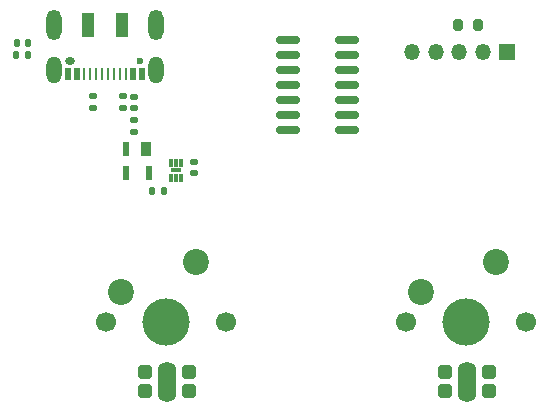
<source format=gbr>
%TF.GenerationSoftware,KiCad,Pcbnew,(6.0.0-rc2-14-ga17a58203b)*%
%TF.CreationDate,2022-02-14T14:16:27-08:00*%
%TF.ProjectId,muon,6d756f6e-2e6b-4696-9361-645f70636258,rev?*%
%TF.SameCoordinates,Original*%
%TF.FileFunction,Soldermask,Top*%
%TF.FilePolarity,Negative*%
%FSLAX46Y46*%
G04 Gerber Fmt 4.6, Leading zero omitted, Abs format (unit mm)*
G04 Created by KiCad (PCBNEW (6.0.0-rc2-14-ga17a58203b)) date 2022-02-14 14:16:27*
%MOMM*%
%LPD*%
G01*
G04 APERTURE LIST*
G04 Aperture macros list*
%AMRoundRect*
0 Rectangle with rounded corners*
0 $1 Rounding radius*
0 $2 $3 $4 $5 $6 $7 $8 $9 X,Y pos of 4 corners*
0 Add a 4 corners polygon primitive as box body*
4,1,4,$2,$3,$4,$5,$6,$7,$8,$9,$2,$3,0*
0 Add four circle primitives for the rounded corners*
1,1,$1+$1,$2,$3*
1,1,$1+$1,$4,$5*
1,1,$1+$1,$6,$7*
1,1,$1+$1,$8,$9*
0 Add four rect primitives between the rounded corners*
20,1,$1+$1,$2,$3,$4,$5,0*
20,1,$1+$1,$4,$5,$6,$7,0*
20,1,$1+$1,$6,$7,$8,$9,0*
20,1,$1+$1,$8,$9,$2,$3,0*%
G04 Aperture macros list end*
%ADD10RoundRect,0.147500X0.172500X-0.147500X0.172500X0.147500X-0.172500X0.147500X-0.172500X-0.147500X0*%
%ADD11C,4.000000*%
%ADD12C,1.700000*%
%ADD13C,2.200000*%
%ADD14RoundRect,0.135000X0.185000X-0.135000X0.185000X0.135000X-0.185000X0.135000X-0.185000X-0.135000X0*%
%ADD15RoundRect,0.200000X0.200000X0.275000X-0.200000X0.275000X-0.200000X-0.275000X0.200000X-0.275000X0*%
%ADD16C,0.600000*%
%ADD17R,1.000000X2.000000*%
%ADD18O,0.850000X0.600000*%
%ADD19R,0.520000X1.000000*%
%ADD20R,0.270000X1.000000*%
%ADD21O,1.300000X2.600000*%
%ADD22O,1.300000X2.300000*%
%ADD23RoundRect,0.006000X-0.094000X0.319000X-0.094000X-0.319000X0.094000X-0.319000X0.094000X0.319000X0*%
%ADD24R,0.940000X0.300000*%
%ADD25RoundRect,0.147500X-0.172500X0.147500X-0.172500X-0.147500X0.172500X-0.147500X0.172500X0.147500X0*%
%ADD26O,1.600000X3.450000*%
%ADD27RoundRect,0.300000X-0.300000X-0.300000X0.300000X-0.300000X0.300000X0.300000X-0.300000X0.300000X0*%
%ADD28R,1.350000X1.350000*%
%ADD29O,1.350000X1.350000*%
%ADD30RoundRect,0.140000X0.140000X0.170000X-0.140000X0.170000X-0.140000X-0.170000X0.140000X-0.170000X0*%
%ADD31R,0.889000X1.168400*%
%ADD32R,0.482600X1.168400*%
%ADD33RoundRect,0.140000X-0.170000X0.140000X-0.170000X-0.140000X0.170000X-0.140000X0.170000X0.140000X0*%
%ADD34RoundRect,0.150000X0.825000X0.150000X-0.825000X0.150000X-0.825000X-0.150000X0.825000X-0.150000X0*%
%ADD35RoundRect,0.135000X0.135000X0.185000X-0.135000X0.185000X-0.135000X-0.185000X0.135000X-0.185000X0*%
G04 APERTURE END LIST*
D10*
%TO.C,F1*%
X139500000Y-66985000D03*
X139500000Y-66015000D03*
%TD*%
D11*
%TO.C,SW2*%
X167560000Y-85080000D03*
D12*
X172640000Y-85080000D03*
X162480000Y-85080000D03*
D13*
X170100000Y-80000000D03*
X163750000Y-82540000D03*
%TD*%
D14*
%TO.C,R3*%
X138500000Y-67010000D03*
X138500000Y-65990000D03*
%TD*%
D15*
%TO.C,R1*%
X168575000Y-60000000D03*
X166925000Y-60000000D03*
%TD*%
D16*
%TO.C,J2*%
X140000000Y-63050000D03*
D17*
X135600000Y-59950000D03*
D18*
X134000000Y-63050000D03*
D17*
X138400000Y-59950000D03*
D19*
X140100000Y-64150000D03*
X139350000Y-64150000D03*
D20*
X138750000Y-64150000D03*
X137250000Y-64150000D03*
X136250000Y-64150000D03*
X135250000Y-64150000D03*
D19*
X134650000Y-64150000D03*
X133900000Y-64150000D03*
X133900000Y-64150000D03*
X134650000Y-64150000D03*
D20*
X135750000Y-64150000D03*
X136750000Y-64150000D03*
X137750000Y-64150000D03*
X138250000Y-64150000D03*
D19*
X139350000Y-64150000D03*
X140100000Y-64150000D03*
D21*
X132680000Y-59950000D03*
D22*
X141320000Y-63775000D03*
X132680000Y-63775000D03*
D21*
X141320000Y-59950000D03*
%TD*%
D23*
%TO.C,U2*%
X143400000Y-71625000D03*
X143000000Y-71625000D03*
X142600000Y-71625000D03*
X142600000Y-72875000D03*
X143000000Y-72875000D03*
X143400000Y-72875000D03*
D24*
X143000000Y-72250000D03*
%TD*%
D14*
%TO.C,R4*%
X136000000Y-67010000D03*
X136000000Y-65990000D03*
%TD*%
D25*
%TO.C,FB1*%
X139500000Y-68015000D03*
X139500000Y-68985000D03*
%TD*%
D26*
%TO.C,D3*%
X167640000Y-90170000D03*
D27*
X165790000Y-89370000D03*
X165790000Y-90970000D03*
X169490000Y-90970000D03*
X169490000Y-89370000D03*
%TD*%
D28*
%TO.C,J1*%
X171000000Y-62250000D03*
D29*
X169000000Y-62250000D03*
X167000000Y-62250000D03*
X165000000Y-62250000D03*
X163000000Y-62250000D03*
%TD*%
D30*
%TO.C,C2*%
X141980000Y-74000000D03*
X141020000Y-74000000D03*
%TD*%
D12*
%TO.C,SW1*%
X147240000Y-85080000D03*
D11*
X142160000Y-85080000D03*
D12*
X137080000Y-85080000D03*
D13*
X144700000Y-80000000D03*
X138350000Y-82540000D03*
%TD*%
D31*
%TO.C,D1*%
X140500000Y-70500000D03*
D32*
X138803200Y-70500000D03*
X138803199Y-72532000D03*
X140703201Y-72532000D03*
%TD*%
D26*
%TO.C,D2*%
X142240000Y-90170000D03*
D27*
X140390000Y-89370000D03*
X140390000Y-90970000D03*
X144090000Y-90970000D03*
X144090000Y-89370000D03*
%TD*%
D33*
%TO.C,C3*%
X144500000Y-71520000D03*
X144500000Y-72480000D03*
%TD*%
D30*
%TO.C,C1*%
X130480000Y-61500000D03*
X129520000Y-61500000D03*
%TD*%
D34*
%TO.C,U1*%
X157475000Y-68810000D03*
X157475000Y-67540000D03*
X157475000Y-66270000D03*
X157475000Y-65000000D03*
X157475000Y-63730000D03*
X157475000Y-62460000D03*
X157475000Y-61190000D03*
X152525000Y-61190000D03*
X152525000Y-62460000D03*
X152525000Y-63730000D03*
X152525000Y-65000000D03*
X152525000Y-66270000D03*
X152525000Y-67540000D03*
X152525000Y-68810000D03*
%TD*%
D35*
%TO.C,R2*%
X130510000Y-62500000D03*
X129490000Y-62500000D03*
%TD*%
M02*

</source>
